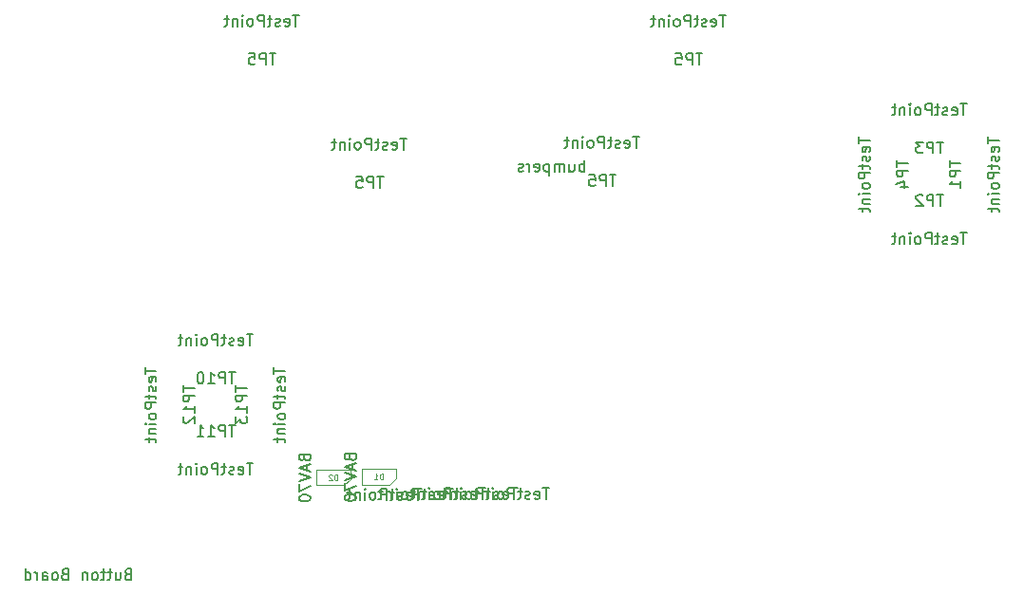
<source format=gbr>
G04 #@! TF.GenerationSoftware,KiCad,Pcbnew,(6.0.7)*
G04 #@! TF.CreationDate,2022-12-20T19:45:57-08:00*
G04 #@! TF.ProjectId,procon_gcc_button_board,70726f63-6f6e-45f6-9763-635f62757474,rev?*
G04 #@! TF.SameCoordinates,Original*
G04 #@! TF.FileFunction,AssemblyDrawing,Bot*
%FSLAX46Y46*%
G04 Gerber Fmt 4.6, Leading zero omitted, Abs format (unit mm)*
G04 Created by KiCad (PCBNEW (6.0.7)) date 2022-12-20 19:45:57*
%MOMM*%
%LPD*%
G01*
G04 APERTURE LIST*
%ADD10C,0.150000*%
%ADD11C,0.075000*%
%ADD12C,0.100000*%
G04 APERTURE END LIST*
D10*
X159711700Y-41332566D02*
X159711700Y-41903995D01*
X160711700Y-41618280D02*
X159711700Y-41618280D01*
X160664081Y-42618280D02*
X160711700Y-42523042D01*
X160711700Y-42332566D01*
X160664081Y-42237328D01*
X160568843Y-42189709D01*
X160187891Y-42189709D01*
X160092653Y-42237328D01*
X160045034Y-42332566D01*
X160045034Y-42523042D01*
X160092653Y-42618280D01*
X160187891Y-42665900D01*
X160283129Y-42665900D01*
X160378367Y-42189709D01*
X160664081Y-43046852D02*
X160711700Y-43142090D01*
X160711700Y-43332566D01*
X160664081Y-43427804D01*
X160568843Y-43475423D01*
X160521224Y-43475423D01*
X160425986Y-43427804D01*
X160378367Y-43332566D01*
X160378367Y-43189709D01*
X160330748Y-43094471D01*
X160235510Y-43046852D01*
X160187891Y-43046852D01*
X160092653Y-43094471D01*
X160045034Y-43189709D01*
X160045034Y-43332566D01*
X160092653Y-43427804D01*
X160045034Y-43761138D02*
X160045034Y-44142090D01*
X159711700Y-43903995D02*
X160568843Y-43903995D01*
X160664081Y-43951614D01*
X160711700Y-44046852D01*
X160711700Y-44142090D01*
X160711700Y-44475423D02*
X159711700Y-44475423D01*
X159711700Y-44856376D01*
X159759320Y-44951614D01*
X159806939Y-44999233D01*
X159902177Y-45046852D01*
X160045034Y-45046852D01*
X160140272Y-44999233D01*
X160187891Y-44951614D01*
X160235510Y-44856376D01*
X160235510Y-44475423D01*
X160711700Y-45618280D02*
X160664081Y-45523042D01*
X160616462Y-45475423D01*
X160521224Y-45427804D01*
X160235510Y-45427804D01*
X160140272Y-45475423D01*
X160092653Y-45523042D01*
X160045034Y-45618280D01*
X160045034Y-45761138D01*
X160092653Y-45856376D01*
X160140272Y-45903995D01*
X160235510Y-45951614D01*
X160521224Y-45951614D01*
X160616462Y-45903995D01*
X160664081Y-45856376D01*
X160711700Y-45761138D01*
X160711700Y-45618280D01*
X160711700Y-46380185D02*
X160045034Y-46380185D01*
X159711700Y-46380185D02*
X159759320Y-46332566D01*
X159806939Y-46380185D01*
X159759320Y-46427804D01*
X159711700Y-46380185D01*
X159806939Y-46380185D01*
X160045034Y-46856376D02*
X160711700Y-46856376D01*
X160140272Y-46856376D02*
X160092653Y-46903995D01*
X160045034Y-46999233D01*
X160045034Y-47142090D01*
X160092653Y-47237328D01*
X160187891Y-47284947D01*
X160711700Y-47284947D01*
X160045034Y-47618280D02*
X160045034Y-47999233D01*
X159711700Y-47761138D02*
X160568843Y-47761138D01*
X160664081Y-47808757D01*
X160711700Y-47903995D01*
X160711700Y-47999233D01*
X163111700Y-43403995D02*
X163111700Y-43975423D01*
X164111700Y-43689709D02*
X163111700Y-43689709D01*
X164111700Y-44308757D02*
X163111700Y-44308757D01*
X163111700Y-44689709D01*
X163159320Y-44784947D01*
X163206939Y-44832566D01*
X163302177Y-44880185D01*
X163445034Y-44880185D01*
X163540272Y-44832566D01*
X163587891Y-44784947D01*
X163635510Y-44689709D01*
X163635510Y-44308757D01*
X163445034Y-45737328D02*
X164111700Y-45737328D01*
X163064081Y-45499233D02*
X163778367Y-45261138D01*
X163778367Y-45880185D01*
X126486333Y-72612380D02*
X125914904Y-72612380D01*
X126200619Y-73612380D02*
X126200619Y-72612380D01*
X125200619Y-73564761D02*
X125295857Y-73612380D01*
X125486333Y-73612380D01*
X125581571Y-73564761D01*
X125629190Y-73469523D01*
X125629190Y-73088571D01*
X125581571Y-72993333D01*
X125486333Y-72945714D01*
X125295857Y-72945714D01*
X125200619Y-72993333D01*
X125153000Y-73088571D01*
X125153000Y-73183809D01*
X125629190Y-73279047D01*
X124772047Y-73564761D02*
X124676809Y-73612380D01*
X124486333Y-73612380D01*
X124391095Y-73564761D01*
X124343476Y-73469523D01*
X124343476Y-73421904D01*
X124391095Y-73326666D01*
X124486333Y-73279047D01*
X124629190Y-73279047D01*
X124724428Y-73231428D01*
X124772047Y-73136190D01*
X124772047Y-73088571D01*
X124724428Y-72993333D01*
X124629190Y-72945714D01*
X124486333Y-72945714D01*
X124391095Y-72993333D01*
X124057761Y-72945714D02*
X123676809Y-72945714D01*
X123914904Y-72612380D02*
X123914904Y-73469523D01*
X123867285Y-73564761D01*
X123772047Y-73612380D01*
X123676809Y-73612380D01*
X123343476Y-73612380D02*
X123343476Y-72612380D01*
X122962523Y-72612380D01*
X122867285Y-72660000D01*
X122819666Y-72707619D01*
X122772047Y-72802857D01*
X122772047Y-72945714D01*
X122819666Y-73040952D01*
X122867285Y-73088571D01*
X122962523Y-73136190D01*
X123343476Y-73136190D01*
X122200619Y-73612380D02*
X122295857Y-73564761D01*
X122343476Y-73517142D01*
X122391095Y-73421904D01*
X122391095Y-73136190D01*
X122343476Y-73040952D01*
X122295857Y-72993333D01*
X122200619Y-72945714D01*
X122057761Y-72945714D01*
X121962523Y-72993333D01*
X121914904Y-73040952D01*
X121867285Y-73136190D01*
X121867285Y-73421904D01*
X121914904Y-73517142D01*
X121962523Y-73564761D01*
X122057761Y-73612380D01*
X122200619Y-73612380D01*
X121438714Y-73612380D02*
X121438714Y-72945714D01*
X121438714Y-72612380D02*
X121486333Y-72660000D01*
X121438714Y-72707619D01*
X121391095Y-72660000D01*
X121438714Y-72612380D01*
X121438714Y-72707619D01*
X120962523Y-72945714D02*
X120962523Y-73612380D01*
X120962523Y-73040952D02*
X120914904Y-72993333D01*
X120819666Y-72945714D01*
X120676809Y-72945714D01*
X120581571Y-72993333D01*
X120533952Y-73088571D01*
X120533952Y-73612380D01*
X120200619Y-72945714D02*
X119819666Y-72945714D01*
X120057761Y-72612380D02*
X120057761Y-73469523D01*
X120010142Y-73564761D01*
X119914904Y-73612380D01*
X119819666Y-73612380D01*
X120761333Y-72687380D02*
X120189904Y-72687380D01*
X120475619Y-73687380D02*
X120475619Y-72687380D01*
X119475619Y-73639761D02*
X119570857Y-73687380D01*
X119761333Y-73687380D01*
X119856571Y-73639761D01*
X119904190Y-73544523D01*
X119904190Y-73163571D01*
X119856571Y-73068333D01*
X119761333Y-73020714D01*
X119570857Y-73020714D01*
X119475619Y-73068333D01*
X119428000Y-73163571D01*
X119428000Y-73258809D01*
X119904190Y-73354047D01*
X119047047Y-73639761D02*
X118951809Y-73687380D01*
X118761333Y-73687380D01*
X118666095Y-73639761D01*
X118618476Y-73544523D01*
X118618476Y-73496904D01*
X118666095Y-73401666D01*
X118761333Y-73354047D01*
X118904190Y-73354047D01*
X118999428Y-73306428D01*
X119047047Y-73211190D01*
X119047047Y-73163571D01*
X118999428Y-73068333D01*
X118904190Y-73020714D01*
X118761333Y-73020714D01*
X118666095Y-73068333D01*
X118332761Y-73020714D02*
X117951809Y-73020714D01*
X118189904Y-72687380D02*
X118189904Y-73544523D01*
X118142285Y-73639761D01*
X118047047Y-73687380D01*
X117951809Y-73687380D01*
X117618476Y-73687380D02*
X117618476Y-72687380D01*
X117237523Y-72687380D01*
X117142285Y-72735000D01*
X117094666Y-72782619D01*
X117047047Y-72877857D01*
X117047047Y-73020714D01*
X117094666Y-73115952D01*
X117142285Y-73163571D01*
X117237523Y-73211190D01*
X117618476Y-73211190D01*
X116475619Y-73687380D02*
X116570857Y-73639761D01*
X116618476Y-73592142D01*
X116666095Y-73496904D01*
X116666095Y-73211190D01*
X116618476Y-73115952D01*
X116570857Y-73068333D01*
X116475619Y-73020714D01*
X116332761Y-73020714D01*
X116237523Y-73068333D01*
X116189904Y-73115952D01*
X116142285Y-73211190D01*
X116142285Y-73496904D01*
X116189904Y-73592142D01*
X116237523Y-73639761D01*
X116332761Y-73687380D01*
X116475619Y-73687380D01*
X115713714Y-73687380D02*
X115713714Y-73020714D01*
X115713714Y-72687380D02*
X115761333Y-72735000D01*
X115713714Y-72782619D01*
X115666095Y-72735000D01*
X115713714Y-72687380D01*
X115713714Y-72782619D01*
X115237523Y-73020714D02*
X115237523Y-73687380D01*
X115237523Y-73115952D02*
X115189904Y-73068333D01*
X115094666Y-73020714D01*
X114951809Y-73020714D01*
X114856571Y-73068333D01*
X114808952Y-73163571D01*
X114808952Y-73687380D01*
X114475619Y-73020714D02*
X114094666Y-73020714D01*
X114332761Y-72687380D02*
X114332761Y-73544523D01*
X114285142Y-73639761D01*
X114189904Y-73687380D01*
X114094666Y-73687380D01*
X123586333Y-72662380D02*
X123014904Y-72662380D01*
X123300619Y-73662380D02*
X123300619Y-72662380D01*
X122300619Y-73614761D02*
X122395857Y-73662380D01*
X122586333Y-73662380D01*
X122681571Y-73614761D01*
X122729190Y-73519523D01*
X122729190Y-73138571D01*
X122681571Y-73043333D01*
X122586333Y-72995714D01*
X122395857Y-72995714D01*
X122300619Y-73043333D01*
X122253000Y-73138571D01*
X122253000Y-73233809D01*
X122729190Y-73329047D01*
X121872047Y-73614761D02*
X121776809Y-73662380D01*
X121586333Y-73662380D01*
X121491095Y-73614761D01*
X121443476Y-73519523D01*
X121443476Y-73471904D01*
X121491095Y-73376666D01*
X121586333Y-73329047D01*
X121729190Y-73329047D01*
X121824428Y-73281428D01*
X121872047Y-73186190D01*
X121872047Y-73138571D01*
X121824428Y-73043333D01*
X121729190Y-72995714D01*
X121586333Y-72995714D01*
X121491095Y-73043333D01*
X121157761Y-72995714D02*
X120776809Y-72995714D01*
X121014904Y-72662380D02*
X121014904Y-73519523D01*
X120967285Y-73614761D01*
X120872047Y-73662380D01*
X120776809Y-73662380D01*
X120443476Y-73662380D02*
X120443476Y-72662380D01*
X120062523Y-72662380D01*
X119967285Y-72710000D01*
X119919666Y-72757619D01*
X119872047Y-72852857D01*
X119872047Y-72995714D01*
X119919666Y-73090952D01*
X119967285Y-73138571D01*
X120062523Y-73186190D01*
X120443476Y-73186190D01*
X119300619Y-73662380D02*
X119395857Y-73614761D01*
X119443476Y-73567142D01*
X119491095Y-73471904D01*
X119491095Y-73186190D01*
X119443476Y-73090952D01*
X119395857Y-73043333D01*
X119300619Y-72995714D01*
X119157761Y-72995714D01*
X119062523Y-73043333D01*
X119014904Y-73090952D01*
X118967285Y-73186190D01*
X118967285Y-73471904D01*
X119014904Y-73567142D01*
X119062523Y-73614761D01*
X119157761Y-73662380D01*
X119300619Y-73662380D01*
X118538714Y-73662380D02*
X118538714Y-72995714D01*
X118538714Y-72662380D02*
X118586333Y-72710000D01*
X118538714Y-72757619D01*
X118491095Y-72710000D01*
X118538714Y-72662380D01*
X118538714Y-72757619D01*
X118062523Y-72995714D02*
X118062523Y-73662380D01*
X118062523Y-73090952D02*
X118014904Y-73043333D01*
X117919666Y-72995714D01*
X117776809Y-72995714D01*
X117681571Y-73043333D01*
X117633952Y-73138571D01*
X117633952Y-73662380D01*
X117300619Y-72995714D02*
X116919666Y-72995714D01*
X117157761Y-72662380D02*
X117157761Y-73519523D01*
X117110142Y-73614761D01*
X117014904Y-73662380D01*
X116919666Y-73662380D01*
X129311333Y-72637380D02*
X128739904Y-72637380D01*
X129025619Y-73637380D02*
X129025619Y-72637380D01*
X128025619Y-73589761D02*
X128120857Y-73637380D01*
X128311333Y-73637380D01*
X128406571Y-73589761D01*
X128454190Y-73494523D01*
X128454190Y-73113571D01*
X128406571Y-73018333D01*
X128311333Y-72970714D01*
X128120857Y-72970714D01*
X128025619Y-73018333D01*
X127978000Y-73113571D01*
X127978000Y-73208809D01*
X128454190Y-73304047D01*
X127597047Y-73589761D02*
X127501809Y-73637380D01*
X127311333Y-73637380D01*
X127216095Y-73589761D01*
X127168476Y-73494523D01*
X127168476Y-73446904D01*
X127216095Y-73351666D01*
X127311333Y-73304047D01*
X127454190Y-73304047D01*
X127549428Y-73256428D01*
X127597047Y-73161190D01*
X127597047Y-73113571D01*
X127549428Y-73018333D01*
X127454190Y-72970714D01*
X127311333Y-72970714D01*
X127216095Y-73018333D01*
X126882761Y-72970714D02*
X126501809Y-72970714D01*
X126739904Y-72637380D02*
X126739904Y-73494523D01*
X126692285Y-73589761D01*
X126597047Y-73637380D01*
X126501809Y-73637380D01*
X126168476Y-73637380D02*
X126168476Y-72637380D01*
X125787523Y-72637380D01*
X125692285Y-72685000D01*
X125644666Y-72732619D01*
X125597047Y-72827857D01*
X125597047Y-72970714D01*
X125644666Y-73065952D01*
X125692285Y-73113571D01*
X125787523Y-73161190D01*
X126168476Y-73161190D01*
X125025619Y-73637380D02*
X125120857Y-73589761D01*
X125168476Y-73542142D01*
X125216095Y-73446904D01*
X125216095Y-73161190D01*
X125168476Y-73065952D01*
X125120857Y-73018333D01*
X125025619Y-72970714D01*
X124882761Y-72970714D01*
X124787523Y-73018333D01*
X124739904Y-73065952D01*
X124692285Y-73161190D01*
X124692285Y-73446904D01*
X124739904Y-73542142D01*
X124787523Y-73589761D01*
X124882761Y-73637380D01*
X125025619Y-73637380D01*
X124263714Y-73637380D02*
X124263714Y-72970714D01*
X124263714Y-72637380D02*
X124311333Y-72685000D01*
X124263714Y-72732619D01*
X124216095Y-72685000D01*
X124263714Y-72637380D01*
X124263714Y-72732619D01*
X123787523Y-72970714D02*
X123787523Y-73637380D01*
X123787523Y-73065952D02*
X123739904Y-73018333D01*
X123644666Y-72970714D01*
X123501809Y-72970714D01*
X123406571Y-73018333D01*
X123358952Y-73113571D01*
X123358952Y-73637380D01*
X123025619Y-72970714D02*
X122644666Y-72970714D01*
X122882761Y-72637380D02*
X122882761Y-73494523D01*
X122835142Y-73589761D01*
X122739904Y-73637380D01*
X122644666Y-73637380D01*
X132136333Y-72612380D02*
X131564904Y-72612380D01*
X131850619Y-73612380D02*
X131850619Y-72612380D01*
X130850619Y-73564761D02*
X130945857Y-73612380D01*
X131136333Y-73612380D01*
X131231571Y-73564761D01*
X131279190Y-73469523D01*
X131279190Y-73088571D01*
X131231571Y-72993333D01*
X131136333Y-72945714D01*
X130945857Y-72945714D01*
X130850619Y-72993333D01*
X130803000Y-73088571D01*
X130803000Y-73183809D01*
X131279190Y-73279047D01*
X130422047Y-73564761D02*
X130326809Y-73612380D01*
X130136333Y-73612380D01*
X130041095Y-73564761D01*
X129993476Y-73469523D01*
X129993476Y-73421904D01*
X130041095Y-73326666D01*
X130136333Y-73279047D01*
X130279190Y-73279047D01*
X130374428Y-73231428D01*
X130422047Y-73136190D01*
X130422047Y-73088571D01*
X130374428Y-72993333D01*
X130279190Y-72945714D01*
X130136333Y-72945714D01*
X130041095Y-72993333D01*
X129707761Y-72945714D02*
X129326809Y-72945714D01*
X129564904Y-72612380D02*
X129564904Y-73469523D01*
X129517285Y-73564761D01*
X129422047Y-73612380D01*
X129326809Y-73612380D01*
X128993476Y-73612380D02*
X128993476Y-72612380D01*
X128612523Y-72612380D01*
X128517285Y-72660000D01*
X128469666Y-72707619D01*
X128422047Y-72802857D01*
X128422047Y-72945714D01*
X128469666Y-73040952D01*
X128517285Y-73088571D01*
X128612523Y-73136190D01*
X128993476Y-73136190D01*
X127850619Y-73612380D02*
X127945857Y-73564761D01*
X127993476Y-73517142D01*
X128041095Y-73421904D01*
X128041095Y-73136190D01*
X127993476Y-73040952D01*
X127945857Y-72993333D01*
X127850619Y-72945714D01*
X127707761Y-72945714D01*
X127612523Y-72993333D01*
X127564904Y-73040952D01*
X127517285Y-73136190D01*
X127517285Y-73421904D01*
X127564904Y-73517142D01*
X127612523Y-73564761D01*
X127707761Y-73612380D01*
X127850619Y-73612380D01*
X127088714Y-73612380D02*
X127088714Y-72945714D01*
X127088714Y-72612380D02*
X127136333Y-72660000D01*
X127088714Y-72707619D01*
X127041095Y-72660000D01*
X127088714Y-72612380D01*
X127088714Y-72707619D01*
X126612523Y-72945714D02*
X126612523Y-73612380D01*
X126612523Y-73040952D02*
X126564904Y-72993333D01*
X126469666Y-72945714D01*
X126326809Y-72945714D01*
X126231571Y-72993333D01*
X126183952Y-73088571D01*
X126183952Y-73612380D01*
X125850619Y-72945714D02*
X125469666Y-72945714D01*
X125707761Y-72612380D02*
X125707761Y-73469523D01*
X125660142Y-73564761D01*
X125564904Y-73612380D01*
X125469666Y-73612380D01*
X169342653Y-38368280D02*
X168771224Y-38368280D01*
X169056939Y-39368280D02*
X169056939Y-38368280D01*
X168056939Y-39320661D02*
X168152177Y-39368280D01*
X168342653Y-39368280D01*
X168437891Y-39320661D01*
X168485510Y-39225423D01*
X168485510Y-38844471D01*
X168437891Y-38749233D01*
X168342653Y-38701614D01*
X168152177Y-38701614D01*
X168056939Y-38749233D01*
X168009320Y-38844471D01*
X168009320Y-38939709D01*
X168485510Y-39034947D01*
X167628367Y-39320661D02*
X167533129Y-39368280D01*
X167342653Y-39368280D01*
X167247415Y-39320661D01*
X167199796Y-39225423D01*
X167199796Y-39177804D01*
X167247415Y-39082566D01*
X167342653Y-39034947D01*
X167485510Y-39034947D01*
X167580748Y-38987328D01*
X167628367Y-38892090D01*
X167628367Y-38844471D01*
X167580748Y-38749233D01*
X167485510Y-38701614D01*
X167342653Y-38701614D01*
X167247415Y-38749233D01*
X166914081Y-38701614D02*
X166533129Y-38701614D01*
X166771224Y-38368280D02*
X166771224Y-39225423D01*
X166723605Y-39320661D01*
X166628367Y-39368280D01*
X166533129Y-39368280D01*
X166199796Y-39368280D02*
X166199796Y-38368280D01*
X165818843Y-38368280D01*
X165723605Y-38415900D01*
X165675986Y-38463519D01*
X165628367Y-38558757D01*
X165628367Y-38701614D01*
X165675986Y-38796852D01*
X165723605Y-38844471D01*
X165818843Y-38892090D01*
X166199796Y-38892090D01*
X165056939Y-39368280D02*
X165152177Y-39320661D01*
X165199796Y-39273042D01*
X165247415Y-39177804D01*
X165247415Y-38892090D01*
X165199796Y-38796852D01*
X165152177Y-38749233D01*
X165056939Y-38701614D01*
X164914081Y-38701614D01*
X164818843Y-38749233D01*
X164771224Y-38796852D01*
X164723605Y-38892090D01*
X164723605Y-39177804D01*
X164771224Y-39273042D01*
X164818843Y-39320661D01*
X164914081Y-39368280D01*
X165056939Y-39368280D01*
X164295034Y-39368280D02*
X164295034Y-38701614D01*
X164295034Y-38368280D02*
X164342653Y-38415900D01*
X164295034Y-38463519D01*
X164247415Y-38415900D01*
X164295034Y-38368280D01*
X164295034Y-38463519D01*
X163818843Y-38701614D02*
X163818843Y-39368280D01*
X163818843Y-38796852D02*
X163771224Y-38749233D01*
X163675986Y-38701614D01*
X163533129Y-38701614D01*
X163437891Y-38749233D01*
X163390272Y-38844471D01*
X163390272Y-39368280D01*
X163056939Y-38701614D02*
X162675986Y-38701614D01*
X162914081Y-38368280D02*
X162914081Y-39225423D01*
X162866462Y-39320661D01*
X162771224Y-39368280D01*
X162675986Y-39368280D01*
X167271224Y-41768280D02*
X166699796Y-41768280D01*
X166985510Y-42768280D02*
X166985510Y-41768280D01*
X166366462Y-42768280D02*
X166366462Y-41768280D01*
X165985510Y-41768280D01*
X165890272Y-41815900D01*
X165842653Y-41863519D01*
X165795034Y-41958757D01*
X165795034Y-42101614D01*
X165842653Y-42196852D01*
X165890272Y-42244471D01*
X165985510Y-42292090D01*
X166366462Y-42292090D01*
X165461700Y-41768280D02*
X164842653Y-41768280D01*
X165175986Y-42149233D01*
X165033129Y-42149233D01*
X164937891Y-42196852D01*
X164890272Y-42244471D01*
X164842653Y-42339709D01*
X164842653Y-42577804D01*
X164890272Y-42673042D01*
X164937891Y-42720661D01*
X165033129Y-42768280D01*
X165318843Y-42768280D01*
X165414081Y-42720661D01*
X165461700Y-42673042D01*
X171211700Y-41332566D02*
X171211700Y-41903995D01*
X172211700Y-41618280D02*
X171211700Y-41618280D01*
X172164081Y-42618280D02*
X172211700Y-42523042D01*
X172211700Y-42332566D01*
X172164081Y-42237328D01*
X172068843Y-42189709D01*
X171687891Y-42189709D01*
X171592653Y-42237328D01*
X171545034Y-42332566D01*
X171545034Y-42523042D01*
X171592653Y-42618280D01*
X171687891Y-42665900D01*
X171783129Y-42665900D01*
X171878367Y-42189709D01*
X172164081Y-43046852D02*
X172211700Y-43142090D01*
X172211700Y-43332566D01*
X172164081Y-43427804D01*
X172068843Y-43475423D01*
X172021224Y-43475423D01*
X171925986Y-43427804D01*
X171878367Y-43332566D01*
X171878367Y-43189709D01*
X171830748Y-43094471D01*
X171735510Y-43046852D01*
X171687891Y-43046852D01*
X171592653Y-43094471D01*
X171545034Y-43189709D01*
X171545034Y-43332566D01*
X171592653Y-43427804D01*
X171545034Y-43761138D02*
X171545034Y-44142090D01*
X171211700Y-43903995D02*
X172068843Y-43903995D01*
X172164081Y-43951614D01*
X172211700Y-44046852D01*
X172211700Y-44142090D01*
X172211700Y-44475423D02*
X171211700Y-44475423D01*
X171211700Y-44856376D01*
X171259320Y-44951614D01*
X171306939Y-44999233D01*
X171402177Y-45046852D01*
X171545034Y-45046852D01*
X171640272Y-44999233D01*
X171687891Y-44951614D01*
X171735510Y-44856376D01*
X171735510Y-44475423D01*
X172211700Y-45618280D02*
X172164081Y-45523042D01*
X172116462Y-45475423D01*
X172021224Y-45427804D01*
X171735510Y-45427804D01*
X171640272Y-45475423D01*
X171592653Y-45523042D01*
X171545034Y-45618280D01*
X171545034Y-45761138D01*
X171592653Y-45856376D01*
X171640272Y-45903995D01*
X171735510Y-45951614D01*
X172021224Y-45951614D01*
X172116462Y-45903995D01*
X172164081Y-45856376D01*
X172211700Y-45761138D01*
X172211700Y-45618280D01*
X172211700Y-46380185D02*
X171545034Y-46380185D01*
X171211700Y-46380185D02*
X171259320Y-46332566D01*
X171306939Y-46380185D01*
X171259320Y-46427804D01*
X171211700Y-46380185D01*
X171306939Y-46380185D01*
X171545034Y-46856376D02*
X172211700Y-46856376D01*
X171640272Y-46856376D02*
X171592653Y-46903995D01*
X171545034Y-46999233D01*
X171545034Y-47142090D01*
X171592653Y-47237328D01*
X171687891Y-47284947D01*
X172211700Y-47284947D01*
X171545034Y-47618280D02*
X171545034Y-47999233D01*
X171211700Y-47761138D02*
X172068843Y-47761138D01*
X172164081Y-47808757D01*
X172211700Y-47903995D01*
X172211700Y-47999233D01*
X167811700Y-43403995D02*
X167811700Y-43975423D01*
X168811700Y-43689709D02*
X167811700Y-43689709D01*
X168811700Y-44308757D02*
X167811700Y-44308757D01*
X167811700Y-44689709D01*
X167859320Y-44784947D01*
X167906939Y-44832566D01*
X168002177Y-44880185D01*
X168145034Y-44880185D01*
X168240272Y-44832566D01*
X168287891Y-44784947D01*
X168335510Y-44689709D01*
X168335510Y-44308757D01*
X168811700Y-45832566D02*
X168811700Y-45261138D01*
X168811700Y-45546852D02*
X167811700Y-45546852D01*
X167954558Y-45451614D01*
X168049796Y-45356376D01*
X168097415Y-45261138D01*
X96107560Y-61878626D02*
X96107560Y-62450055D01*
X97107560Y-62164340D02*
X96107560Y-62164340D01*
X97059941Y-63164340D02*
X97107560Y-63069102D01*
X97107560Y-62878626D01*
X97059941Y-62783388D01*
X96964703Y-62735769D01*
X96583751Y-62735769D01*
X96488513Y-62783388D01*
X96440894Y-62878626D01*
X96440894Y-63069102D01*
X96488513Y-63164340D01*
X96583751Y-63211960D01*
X96678989Y-63211960D01*
X96774227Y-62735769D01*
X97059941Y-63592912D02*
X97107560Y-63688150D01*
X97107560Y-63878626D01*
X97059941Y-63973864D01*
X96964703Y-64021483D01*
X96917084Y-64021483D01*
X96821846Y-63973864D01*
X96774227Y-63878626D01*
X96774227Y-63735769D01*
X96726608Y-63640531D01*
X96631370Y-63592912D01*
X96583751Y-63592912D01*
X96488513Y-63640531D01*
X96440894Y-63735769D01*
X96440894Y-63878626D01*
X96488513Y-63973864D01*
X96440894Y-64307198D02*
X96440894Y-64688150D01*
X96107560Y-64450055D02*
X96964703Y-64450055D01*
X97059941Y-64497674D01*
X97107560Y-64592912D01*
X97107560Y-64688150D01*
X97107560Y-65021483D02*
X96107560Y-65021483D01*
X96107560Y-65402436D01*
X96155180Y-65497674D01*
X96202799Y-65545293D01*
X96298037Y-65592912D01*
X96440894Y-65592912D01*
X96536132Y-65545293D01*
X96583751Y-65497674D01*
X96631370Y-65402436D01*
X96631370Y-65021483D01*
X97107560Y-66164340D02*
X97059941Y-66069102D01*
X97012322Y-66021483D01*
X96917084Y-65973864D01*
X96631370Y-65973864D01*
X96536132Y-66021483D01*
X96488513Y-66069102D01*
X96440894Y-66164340D01*
X96440894Y-66307198D01*
X96488513Y-66402436D01*
X96536132Y-66450055D01*
X96631370Y-66497674D01*
X96917084Y-66497674D01*
X97012322Y-66450055D01*
X97059941Y-66402436D01*
X97107560Y-66307198D01*
X97107560Y-66164340D01*
X97107560Y-66926245D02*
X96440894Y-66926245D01*
X96107560Y-66926245D02*
X96155180Y-66878626D01*
X96202799Y-66926245D01*
X96155180Y-66973864D01*
X96107560Y-66926245D01*
X96202799Y-66926245D01*
X96440894Y-67402436D02*
X97107560Y-67402436D01*
X96536132Y-67402436D02*
X96488513Y-67450055D01*
X96440894Y-67545293D01*
X96440894Y-67688150D01*
X96488513Y-67783388D01*
X96583751Y-67831007D01*
X97107560Y-67831007D01*
X96440894Y-68164340D02*
X96440894Y-68545293D01*
X96107560Y-68307198D02*
X96964703Y-68307198D01*
X97059941Y-68354817D01*
X97107560Y-68450055D01*
X97107560Y-68545293D01*
X99507560Y-63473864D02*
X99507560Y-64045293D01*
X100507560Y-63759579D02*
X99507560Y-63759579D01*
X100507560Y-64378626D02*
X99507560Y-64378626D01*
X99507560Y-64759579D01*
X99555180Y-64854817D01*
X99602799Y-64902436D01*
X99698037Y-64950055D01*
X99840894Y-64950055D01*
X99936132Y-64902436D01*
X99983751Y-64854817D01*
X100031370Y-64759579D01*
X100031370Y-64378626D01*
X100507560Y-65902436D02*
X100507560Y-65331007D01*
X100507560Y-65616721D02*
X99507560Y-65616721D01*
X99650418Y-65521483D01*
X99745656Y-65426245D01*
X99793275Y-65331007D01*
X99602799Y-66283388D02*
X99555180Y-66331007D01*
X99507560Y-66426245D01*
X99507560Y-66664340D01*
X99555180Y-66759579D01*
X99602799Y-66807198D01*
X99698037Y-66854817D01*
X99793275Y-66854817D01*
X99936132Y-66807198D01*
X100507560Y-66235769D01*
X100507560Y-66854817D01*
X107607560Y-61878626D02*
X107607560Y-62450055D01*
X108607560Y-62164340D02*
X107607560Y-62164340D01*
X108559941Y-63164340D02*
X108607560Y-63069102D01*
X108607560Y-62878626D01*
X108559941Y-62783388D01*
X108464703Y-62735769D01*
X108083751Y-62735769D01*
X107988513Y-62783388D01*
X107940894Y-62878626D01*
X107940894Y-63069102D01*
X107988513Y-63164340D01*
X108083751Y-63211960D01*
X108178989Y-63211960D01*
X108274227Y-62735769D01*
X108559941Y-63592912D02*
X108607560Y-63688150D01*
X108607560Y-63878626D01*
X108559941Y-63973864D01*
X108464703Y-64021483D01*
X108417084Y-64021483D01*
X108321846Y-63973864D01*
X108274227Y-63878626D01*
X108274227Y-63735769D01*
X108226608Y-63640531D01*
X108131370Y-63592912D01*
X108083751Y-63592912D01*
X107988513Y-63640531D01*
X107940894Y-63735769D01*
X107940894Y-63878626D01*
X107988513Y-63973864D01*
X107940894Y-64307198D02*
X107940894Y-64688150D01*
X107607560Y-64450055D02*
X108464703Y-64450055D01*
X108559941Y-64497674D01*
X108607560Y-64592912D01*
X108607560Y-64688150D01*
X108607560Y-65021483D02*
X107607560Y-65021483D01*
X107607560Y-65402436D01*
X107655180Y-65497674D01*
X107702799Y-65545293D01*
X107798037Y-65592912D01*
X107940894Y-65592912D01*
X108036132Y-65545293D01*
X108083751Y-65497674D01*
X108131370Y-65402436D01*
X108131370Y-65021483D01*
X108607560Y-66164340D02*
X108559941Y-66069102D01*
X108512322Y-66021483D01*
X108417084Y-65973864D01*
X108131370Y-65973864D01*
X108036132Y-66021483D01*
X107988513Y-66069102D01*
X107940894Y-66164340D01*
X107940894Y-66307198D01*
X107988513Y-66402436D01*
X108036132Y-66450055D01*
X108131370Y-66497674D01*
X108417084Y-66497674D01*
X108512322Y-66450055D01*
X108559941Y-66402436D01*
X108607560Y-66307198D01*
X108607560Y-66164340D01*
X108607560Y-66926245D02*
X107940894Y-66926245D01*
X107607560Y-66926245D02*
X107655180Y-66878626D01*
X107702799Y-66926245D01*
X107655180Y-66973864D01*
X107607560Y-66926245D01*
X107702799Y-66926245D01*
X107940894Y-67402436D02*
X108607560Y-67402436D01*
X108036132Y-67402436D02*
X107988513Y-67450055D01*
X107940894Y-67545293D01*
X107940894Y-67688150D01*
X107988513Y-67783388D01*
X108083751Y-67831007D01*
X108607560Y-67831007D01*
X107940894Y-68164340D02*
X107940894Y-68545293D01*
X107607560Y-68307198D02*
X108464703Y-68307198D01*
X108559941Y-68354817D01*
X108607560Y-68450055D01*
X108607560Y-68545293D01*
X104207560Y-63473864D02*
X104207560Y-64045293D01*
X105207560Y-63759579D02*
X104207560Y-63759579D01*
X105207560Y-64378626D02*
X104207560Y-64378626D01*
X104207560Y-64759579D01*
X104255180Y-64854817D01*
X104302799Y-64902436D01*
X104398037Y-64950055D01*
X104540894Y-64950055D01*
X104636132Y-64902436D01*
X104683751Y-64854817D01*
X104731370Y-64759579D01*
X104731370Y-64378626D01*
X105207560Y-65902436D02*
X105207560Y-65331007D01*
X105207560Y-65616721D02*
X104207560Y-65616721D01*
X104350418Y-65521483D01*
X104445656Y-65426245D01*
X104493275Y-65331007D01*
X104207560Y-66235769D02*
X104207560Y-66854817D01*
X104588513Y-66521483D01*
X104588513Y-66664340D01*
X104636132Y-66759579D01*
X104683751Y-66807198D01*
X104778989Y-66854817D01*
X105017084Y-66854817D01*
X105112322Y-66807198D01*
X105159941Y-66759579D01*
X105207560Y-66664340D01*
X105207560Y-66378626D01*
X105159941Y-66283388D01*
X105112322Y-66235769D01*
X105738513Y-58914340D02*
X105167084Y-58914340D01*
X105452799Y-59914340D02*
X105452799Y-58914340D01*
X104452799Y-59866721D02*
X104548037Y-59914340D01*
X104738513Y-59914340D01*
X104833751Y-59866721D01*
X104881370Y-59771483D01*
X104881370Y-59390531D01*
X104833751Y-59295293D01*
X104738513Y-59247674D01*
X104548037Y-59247674D01*
X104452799Y-59295293D01*
X104405180Y-59390531D01*
X104405180Y-59485769D01*
X104881370Y-59581007D01*
X104024227Y-59866721D02*
X103928989Y-59914340D01*
X103738513Y-59914340D01*
X103643275Y-59866721D01*
X103595656Y-59771483D01*
X103595656Y-59723864D01*
X103643275Y-59628626D01*
X103738513Y-59581007D01*
X103881370Y-59581007D01*
X103976608Y-59533388D01*
X104024227Y-59438150D01*
X104024227Y-59390531D01*
X103976608Y-59295293D01*
X103881370Y-59247674D01*
X103738513Y-59247674D01*
X103643275Y-59295293D01*
X103309941Y-59247674D02*
X102928989Y-59247674D01*
X103167084Y-58914340D02*
X103167084Y-59771483D01*
X103119465Y-59866721D01*
X103024227Y-59914340D01*
X102928989Y-59914340D01*
X102595656Y-59914340D02*
X102595656Y-58914340D01*
X102214703Y-58914340D01*
X102119465Y-58961960D01*
X102071846Y-59009579D01*
X102024227Y-59104817D01*
X102024227Y-59247674D01*
X102071846Y-59342912D01*
X102119465Y-59390531D01*
X102214703Y-59438150D01*
X102595656Y-59438150D01*
X101452799Y-59914340D02*
X101548037Y-59866721D01*
X101595656Y-59819102D01*
X101643275Y-59723864D01*
X101643275Y-59438150D01*
X101595656Y-59342912D01*
X101548037Y-59295293D01*
X101452799Y-59247674D01*
X101309941Y-59247674D01*
X101214703Y-59295293D01*
X101167084Y-59342912D01*
X101119465Y-59438150D01*
X101119465Y-59723864D01*
X101167084Y-59819102D01*
X101214703Y-59866721D01*
X101309941Y-59914340D01*
X101452799Y-59914340D01*
X100690894Y-59914340D02*
X100690894Y-59247674D01*
X100690894Y-58914340D02*
X100738513Y-58961960D01*
X100690894Y-59009579D01*
X100643275Y-58961960D01*
X100690894Y-58914340D01*
X100690894Y-59009579D01*
X100214703Y-59247674D02*
X100214703Y-59914340D01*
X100214703Y-59342912D02*
X100167084Y-59295293D01*
X100071846Y-59247674D01*
X99928989Y-59247674D01*
X99833751Y-59295293D01*
X99786132Y-59390531D01*
X99786132Y-59914340D01*
X99452799Y-59247674D02*
X99071846Y-59247674D01*
X99309941Y-58914340D02*
X99309941Y-59771483D01*
X99262322Y-59866721D01*
X99167084Y-59914340D01*
X99071846Y-59914340D01*
X104143275Y-62314340D02*
X103571846Y-62314340D01*
X103857560Y-63314340D02*
X103857560Y-62314340D01*
X103238513Y-63314340D02*
X103238513Y-62314340D01*
X102857560Y-62314340D01*
X102762322Y-62361960D01*
X102714703Y-62409579D01*
X102667084Y-62504817D01*
X102667084Y-62647674D01*
X102714703Y-62742912D01*
X102762322Y-62790531D01*
X102857560Y-62838150D01*
X103238513Y-62838150D01*
X101714703Y-63314340D02*
X102286132Y-63314340D01*
X102000418Y-63314340D02*
X102000418Y-62314340D01*
X102095656Y-62457198D01*
X102190894Y-62552436D01*
X102286132Y-62600055D01*
X101095656Y-62314340D02*
X101000418Y-62314340D01*
X100905180Y-62361960D01*
X100857560Y-62409579D01*
X100809941Y-62504817D01*
X100762322Y-62695293D01*
X100762322Y-62933388D01*
X100809941Y-63123864D01*
X100857560Y-63219102D01*
X100905180Y-63266721D01*
X101000418Y-63314340D01*
X101095656Y-63314340D01*
X101190894Y-63266721D01*
X101238513Y-63219102D01*
X101286132Y-63123864D01*
X101333751Y-62933388D01*
X101333751Y-62695293D01*
X101286132Y-62504817D01*
X101238513Y-62409579D01*
X101190894Y-62361960D01*
X101095656Y-62314340D01*
X169342653Y-49868280D02*
X168771224Y-49868280D01*
X169056939Y-50868280D02*
X169056939Y-49868280D01*
X168056939Y-50820661D02*
X168152177Y-50868280D01*
X168342653Y-50868280D01*
X168437891Y-50820661D01*
X168485510Y-50725423D01*
X168485510Y-50344471D01*
X168437891Y-50249233D01*
X168342653Y-50201614D01*
X168152177Y-50201614D01*
X168056939Y-50249233D01*
X168009320Y-50344471D01*
X168009320Y-50439709D01*
X168485510Y-50534947D01*
X167628367Y-50820661D02*
X167533129Y-50868280D01*
X167342653Y-50868280D01*
X167247415Y-50820661D01*
X167199796Y-50725423D01*
X167199796Y-50677804D01*
X167247415Y-50582566D01*
X167342653Y-50534947D01*
X167485510Y-50534947D01*
X167580748Y-50487328D01*
X167628367Y-50392090D01*
X167628367Y-50344471D01*
X167580748Y-50249233D01*
X167485510Y-50201614D01*
X167342653Y-50201614D01*
X167247415Y-50249233D01*
X166914081Y-50201614D02*
X166533129Y-50201614D01*
X166771224Y-49868280D02*
X166771224Y-50725423D01*
X166723605Y-50820661D01*
X166628367Y-50868280D01*
X166533129Y-50868280D01*
X166199796Y-50868280D02*
X166199796Y-49868280D01*
X165818843Y-49868280D01*
X165723605Y-49915900D01*
X165675986Y-49963519D01*
X165628367Y-50058757D01*
X165628367Y-50201614D01*
X165675986Y-50296852D01*
X165723605Y-50344471D01*
X165818843Y-50392090D01*
X166199796Y-50392090D01*
X165056939Y-50868280D02*
X165152177Y-50820661D01*
X165199796Y-50773042D01*
X165247415Y-50677804D01*
X165247415Y-50392090D01*
X165199796Y-50296852D01*
X165152177Y-50249233D01*
X165056939Y-50201614D01*
X164914081Y-50201614D01*
X164818843Y-50249233D01*
X164771224Y-50296852D01*
X164723605Y-50392090D01*
X164723605Y-50677804D01*
X164771224Y-50773042D01*
X164818843Y-50820661D01*
X164914081Y-50868280D01*
X165056939Y-50868280D01*
X164295034Y-50868280D02*
X164295034Y-50201614D01*
X164295034Y-49868280D02*
X164342653Y-49915900D01*
X164295034Y-49963519D01*
X164247415Y-49915900D01*
X164295034Y-49868280D01*
X164295034Y-49963519D01*
X163818843Y-50201614D02*
X163818843Y-50868280D01*
X163818843Y-50296852D02*
X163771224Y-50249233D01*
X163675986Y-50201614D01*
X163533129Y-50201614D01*
X163437891Y-50249233D01*
X163390272Y-50344471D01*
X163390272Y-50868280D01*
X163056939Y-50201614D02*
X162675986Y-50201614D01*
X162914081Y-49868280D02*
X162914081Y-50725423D01*
X162866462Y-50820661D01*
X162771224Y-50868280D01*
X162675986Y-50868280D01*
X167271224Y-46468280D02*
X166699796Y-46468280D01*
X166985510Y-47468280D02*
X166985510Y-46468280D01*
X166366462Y-47468280D02*
X166366462Y-46468280D01*
X165985510Y-46468280D01*
X165890272Y-46515900D01*
X165842653Y-46563519D01*
X165795034Y-46658757D01*
X165795034Y-46801614D01*
X165842653Y-46896852D01*
X165890272Y-46944471D01*
X165985510Y-46992090D01*
X166366462Y-46992090D01*
X165414081Y-46563519D02*
X165366462Y-46515900D01*
X165271224Y-46468280D01*
X165033129Y-46468280D01*
X164937891Y-46515900D01*
X164890272Y-46563519D01*
X164842653Y-46658757D01*
X164842653Y-46753995D01*
X164890272Y-46896852D01*
X165461700Y-47468280D01*
X164842653Y-47468280D01*
X135272571Y-44396380D02*
X135272571Y-43396380D01*
X135272571Y-43777333D02*
X135177333Y-43729714D01*
X134986857Y-43729714D01*
X134891619Y-43777333D01*
X134844000Y-43824952D01*
X134796380Y-43920190D01*
X134796380Y-44205904D01*
X134844000Y-44301142D01*
X134891619Y-44348761D01*
X134986857Y-44396380D01*
X135177333Y-44396380D01*
X135272571Y-44348761D01*
X133939238Y-43729714D02*
X133939238Y-44396380D01*
X134367809Y-43729714D02*
X134367809Y-44253523D01*
X134320190Y-44348761D01*
X134224952Y-44396380D01*
X134082095Y-44396380D01*
X133986857Y-44348761D01*
X133939238Y-44301142D01*
X133463047Y-44396380D02*
X133463047Y-43729714D01*
X133463047Y-43824952D02*
X133415428Y-43777333D01*
X133320190Y-43729714D01*
X133177333Y-43729714D01*
X133082095Y-43777333D01*
X133034476Y-43872571D01*
X133034476Y-44396380D01*
X133034476Y-43872571D02*
X132986857Y-43777333D01*
X132891619Y-43729714D01*
X132748761Y-43729714D01*
X132653523Y-43777333D01*
X132605904Y-43872571D01*
X132605904Y-44396380D01*
X132129714Y-43729714D02*
X132129714Y-44729714D01*
X132129714Y-43777333D02*
X132034476Y-43729714D01*
X131844000Y-43729714D01*
X131748761Y-43777333D01*
X131701142Y-43824952D01*
X131653523Y-43920190D01*
X131653523Y-44205904D01*
X131701142Y-44301142D01*
X131748761Y-44348761D01*
X131844000Y-44396380D01*
X132034476Y-44396380D01*
X132129714Y-44348761D01*
X130844000Y-44348761D02*
X130939238Y-44396380D01*
X131129714Y-44396380D01*
X131224952Y-44348761D01*
X131272571Y-44253523D01*
X131272571Y-43872571D01*
X131224952Y-43777333D01*
X131129714Y-43729714D01*
X130939238Y-43729714D01*
X130844000Y-43777333D01*
X130796380Y-43872571D01*
X130796380Y-43967809D01*
X131272571Y-44063047D01*
X130367809Y-44396380D02*
X130367809Y-43729714D01*
X130367809Y-43920190D02*
X130320190Y-43824952D01*
X130272571Y-43777333D01*
X130177333Y-43729714D01*
X130082095Y-43729714D01*
X129796380Y-44348761D02*
X129701142Y-44396380D01*
X129510666Y-44396380D01*
X129415428Y-44348761D01*
X129367809Y-44253523D01*
X129367809Y-44205904D01*
X129415428Y-44110666D01*
X129510666Y-44063047D01*
X129653523Y-44063047D01*
X129748761Y-44015428D01*
X129796380Y-43920190D01*
X129796380Y-43872571D01*
X129748761Y-43777333D01*
X129653523Y-43729714D01*
X129510666Y-43729714D01*
X129415428Y-43777333D01*
X94573761Y-80322571D02*
X94430904Y-80370190D01*
X94383285Y-80417809D01*
X94335666Y-80513047D01*
X94335666Y-80655904D01*
X94383285Y-80751142D01*
X94430904Y-80798761D01*
X94526142Y-80846380D01*
X94907095Y-80846380D01*
X94907095Y-79846380D01*
X94573761Y-79846380D01*
X94478523Y-79894000D01*
X94430904Y-79941619D01*
X94383285Y-80036857D01*
X94383285Y-80132095D01*
X94430904Y-80227333D01*
X94478523Y-80274952D01*
X94573761Y-80322571D01*
X94907095Y-80322571D01*
X93478523Y-80179714D02*
X93478523Y-80846380D01*
X93907095Y-80179714D02*
X93907095Y-80703523D01*
X93859476Y-80798761D01*
X93764238Y-80846380D01*
X93621380Y-80846380D01*
X93526142Y-80798761D01*
X93478523Y-80751142D01*
X93145190Y-80179714D02*
X92764238Y-80179714D01*
X93002333Y-79846380D02*
X93002333Y-80703523D01*
X92954714Y-80798761D01*
X92859476Y-80846380D01*
X92764238Y-80846380D01*
X92573761Y-80179714D02*
X92192809Y-80179714D01*
X92430904Y-79846380D02*
X92430904Y-80703523D01*
X92383285Y-80798761D01*
X92288047Y-80846380D01*
X92192809Y-80846380D01*
X91716619Y-80846380D02*
X91811857Y-80798761D01*
X91859476Y-80751142D01*
X91907095Y-80655904D01*
X91907095Y-80370190D01*
X91859476Y-80274952D01*
X91811857Y-80227333D01*
X91716619Y-80179714D01*
X91573761Y-80179714D01*
X91478523Y-80227333D01*
X91430904Y-80274952D01*
X91383285Y-80370190D01*
X91383285Y-80655904D01*
X91430904Y-80751142D01*
X91478523Y-80798761D01*
X91573761Y-80846380D01*
X91716619Y-80846380D01*
X90954714Y-80179714D02*
X90954714Y-80846380D01*
X90954714Y-80274952D02*
X90907095Y-80227333D01*
X90811857Y-80179714D01*
X90669000Y-80179714D01*
X90573761Y-80227333D01*
X90526142Y-80322571D01*
X90526142Y-80846380D01*
X88954714Y-80322571D02*
X88811857Y-80370190D01*
X88764238Y-80417809D01*
X88716619Y-80513047D01*
X88716619Y-80655904D01*
X88764238Y-80751142D01*
X88811857Y-80798761D01*
X88907095Y-80846380D01*
X89288047Y-80846380D01*
X89288047Y-79846380D01*
X88954714Y-79846380D01*
X88859476Y-79894000D01*
X88811857Y-79941619D01*
X88764238Y-80036857D01*
X88764238Y-80132095D01*
X88811857Y-80227333D01*
X88859476Y-80274952D01*
X88954714Y-80322571D01*
X89288047Y-80322571D01*
X88145190Y-80846380D02*
X88240428Y-80798761D01*
X88288047Y-80751142D01*
X88335666Y-80655904D01*
X88335666Y-80370190D01*
X88288047Y-80274952D01*
X88240428Y-80227333D01*
X88145190Y-80179714D01*
X88002333Y-80179714D01*
X87907095Y-80227333D01*
X87859476Y-80274952D01*
X87811857Y-80370190D01*
X87811857Y-80655904D01*
X87859476Y-80751142D01*
X87907095Y-80798761D01*
X88002333Y-80846380D01*
X88145190Y-80846380D01*
X86954714Y-80846380D02*
X86954714Y-80322571D01*
X87002333Y-80227333D01*
X87097571Y-80179714D01*
X87288047Y-80179714D01*
X87383285Y-80227333D01*
X86954714Y-80798761D02*
X87049952Y-80846380D01*
X87288047Y-80846380D01*
X87383285Y-80798761D01*
X87430904Y-80703523D01*
X87430904Y-80608285D01*
X87383285Y-80513047D01*
X87288047Y-80465428D01*
X87049952Y-80465428D01*
X86954714Y-80417809D01*
X86478523Y-80846380D02*
X86478523Y-80179714D01*
X86478523Y-80370190D02*
X86430904Y-80274952D01*
X86383285Y-80227333D01*
X86288047Y-80179714D01*
X86192809Y-80179714D01*
X85430904Y-80846380D02*
X85430904Y-79846380D01*
X85430904Y-80798761D02*
X85526142Y-80846380D01*
X85716619Y-80846380D01*
X85811857Y-80798761D01*
X85859476Y-80751142D01*
X85907095Y-80655904D01*
X85907095Y-80370190D01*
X85859476Y-80274952D01*
X85811857Y-80227333D01*
X85716619Y-80179714D01*
X85526142Y-80179714D01*
X85430904Y-80227333D01*
X147859333Y-30468380D02*
X147287904Y-30468380D01*
X147573619Y-31468380D02*
X147573619Y-30468380D01*
X146573619Y-31420761D02*
X146668857Y-31468380D01*
X146859333Y-31468380D01*
X146954571Y-31420761D01*
X147002190Y-31325523D01*
X147002190Y-30944571D01*
X146954571Y-30849333D01*
X146859333Y-30801714D01*
X146668857Y-30801714D01*
X146573619Y-30849333D01*
X146526000Y-30944571D01*
X146526000Y-31039809D01*
X147002190Y-31135047D01*
X146145047Y-31420761D02*
X146049809Y-31468380D01*
X145859333Y-31468380D01*
X145764095Y-31420761D01*
X145716476Y-31325523D01*
X145716476Y-31277904D01*
X145764095Y-31182666D01*
X145859333Y-31135047D01*
X146002190Y-31135047D01*
X146097428Y-31087428D01*
X146145047Y-30992190D01*
X146145047Y-30944571D01*
X146097428Y-30849333D01*
X146002190Y-30801714D01*
X145859333Y-30801714D01*
X145764095Y-30849333D01*
X145430761Y-30801714D02*
X145049809Y-30801714D01*
X145287904Y-30468380D02*
X145287904Y-31325523D01*
X145240285Y-31420761D01*
X145145047Y-31468380D01*
X145049809Y-31468380D01*
X144716476Y-31468380D02*
X144716476Y-30468380D01*
X144335523Y-30468380D01*
X144240285Y-30516000D01*
X144192666Y-30563619D01*
X144145047Y-30658857D01*
X144145047Y-30801714D01*
X144192666Y-30896952D01*
X144240285Y-30944571D01*
X144335523Y-30992190D01*
X144716476Y-30992190D01*
X143573619Y-31468380D02*
X143668857Y-31420761D01*
X143716476Y-31373142D01*
X143764095Y-31277904D01*
X143764095Y-30992190D01*
X143716476Y-30896952D01*
X143668857Y-30849333D01*
X143573619Y-30801714D01*
X143430761Y-30801714D01*
X143335523Y-30849333D01*
X143287904Y-30896952D01*
X143240285Y-30992190D01*
X143240285Y-31277904D01*
X143287904Y-31373142D01*
X143335523Y-31420761D01*
X143430761Y-31468380D01*
X143573619Y-31468380D01*
X142811714Y-31468380D02*
X142811714Y-30801714D01*
X142811714Y-30468380D02*
X142859333Y-30516000D01*
X142811714Y-30563619D01*
X142764095Y-30516000D01*
X142811714Y-30468380D01*
X142811714Y-30563619D01*
X142335523Y-30801714D02*
X142335523Y-31468380D01*
X142335523Y-30896952D02*
X142287904Y-30849333D01*
X142192666Y-30801714D01*
X142049809Y-30801714D01*
X141954571Y-30849333D01*
X141906952Y-30944571D01*
X141906952Y-31468380D01*
X141573619Y-30801714D02*
X141192666Y-30801714D01*
X141430761Y-30468380D02*
X141430761Y-31325523D01*
X141383142Y-31420761D01*
X141287904Y-31468380D01*
X141192666Y-31468380D01*
X145787904Y-33868380D02*
X145216476Y-33868380D01*
X145502190Y-34868380D02*
X145502190Y-33868380D01*
X144883142Y-34868380D02*
X144883142Y-33868380D01*
X144502190Y-33868380D01*
X144406952Y-33916000D01*
X144359333Y-33963619D01*
X144311714Y-34058857D01*
X144311714Y-34201714D01*
X144359333Y-34296952D01*
X144406952Y-34344571D01*
X144502190Y-34392190D01*
X144883142Y-34392190D01*
X143406952Y-33868380D02*
X143883142Y-33868380D01*
X143930761Y-34344571D01*
X143883142Y-34296952D01*
X143787904Y-34249333D01*
X143549809Y-34249333D01*
X143454571Y-34296952D01*
X143406952Y-34344571D01*
X143359333Y-34439809D01*
X143359333Y-34677904D01*
X143406952Y-34773142D01*
X143454571Y-34820761D01*
X143549809Y-34868380D01*
X143787904Y-34868380D01*
X143883142Y-34820761D01*
X143930761Y-34773142D01*
X105738513Y-70414340D02*
X105167084Y-70414340D01*
X105452799Y-71414340D02*
X105452799Y-70414340D01*
X104452799Y-71366721D02*
X104548037Y-71414340D01*
X104738513Y-71414340D01*
X104833751Y-71366721D01*
X104881370Y-71271483D01*
X104881370Y-70890531D01*
X104833751Y-70795293D01*
X104738513Y-70747674D01*
X104548037Y-70747674D01*
X104452799Y-70795293D01*
X104405180Y-70890531D01*
X104405180Y-70985769D01*
X104881370Y-71081007D01*
X104024227Y-71366721D02*
X103928989Y-71414340D01*
X103738513Y-71414340D01*
X103643275Y-71366721D01*
X103595656Y-71271483D01*
X103595656Y-71223864D01*
X103643275Y-71128626D01*
X103738513Y-71081007D01*
X103881370Y-71081007D01*
X103976608Y-71033388D01*
X104024227Y-70938150D01*
X104024227Y-70890531D01*
X103976608Y-70795293D01*
X103881370Y-70747674D01*
X103738513Y-70747674D01*
X103643275Y-70795293D01*
X103309941Y-70747674D02*
X102928989Y-70747674D01*
X103167084Y-70414340D02*
X103167084Y-71271483D01*
X103119465Y-71366721D01*
X103024227Y-71414340D01*
X102928989Y-71414340D01*
X102595656Y-71414340D02*
X102595656Y-70414340D01*
X102214703Y-70414340D01*
X102119465Y-70461960D01*
X102071846Y-70509579D01*
X102024227Y-70604817D01*
X102024227Y-70747674D01*
X102071846Y-70842912D01*
X102119465Y-70890531D01*
X102214703Y-70938150D01*
X102595656Y-70938150D01*
X101452799Y-71414340D02*
X101548037Y-71366721D01*
X101595656Y-71319102D01*
X101643275Y-71223864D01*
X101643275Y-70938150D01*
X101595656Y-70842912D01*
X101548037Y-70795293D01*
X101452799Y-70747674D01*
X101309941Y-70747674D01*
X101214703Y-70795293D01*
X101167084Y-70842912D01*
X101119465Y-70938150D01*
X101119465Y-71223864D01*
X101167084Y-71319102D01*
X101214703Y-71366721D01*
X101309941Y-71414340D01*
X101452799Y-71414340D01*
X100690894Y-71414340D02*
X100690894Y-70747674D01*
X100690894Y-70414340D02*
X100738513Y-70461960D01*
X100690894Y-70509579D01*
X100643275Y-70461960D01*
X100690894Y-70414340D01*
X100690894Y-70509579D01*
X100214703Y-70747674D02*
X100214703Y-71414340D01*
X100214703Y-70842912D02*
X100167084Y-70795293D01*
X100071846Y-70747674D01*
X99928989Y-70747674D01*
X99833751Y-70795293D01*
X99786132Y-70890531D01*
X99786132Y-71414340D01*
X99452799Y-70747674D02*
X99071846Y-70747674D01*
X99309941Y-70414340D02*
X99309941Y-71271483D01*
X99262322Y-71366721D01*
X99167084Y-71414340D01*
X99071846Y-71414340D01*
X104143275Y-67014340D02*
X103571846Y-67014340D01*
X103857560Y-68014340D02*
X103857560Y-67014340D01*
X103238513Y-68014340D02*
X103238513Y-67014340D01*
X102857560Y-67014340D01*
X102762322Y-67061960D01*
X102714703Y-67109579D01*
X102667084Y-67204817D01*
X102667084Y-67347674D01*
X102714703Y-67442912D01*
X102762322Y-67490531D01*
X102857560Y-67538150D01*
X103238513Y-67538150D01*
X101714703Y-68014340D02*
X102286132Y-68014340D01*
X102000418Y-68014340D02*
X102000418Y-67014340D01*
X102095656Y-67157198D01*
X102190894Y-67252436D01*
X102286132Y-67300055D01*
X100762322Y-68014340D02*
X101333751Y-68014340D01*
X101048037Y-68014340D02*
X101048037Y-67014340D01*
X101143275Y-67157198D01*
X101238513Y-67252436D01*
X101333751Y-67300055D01*
X140157333Y-41286380D02*
X139585904Y-41286380D01*
X139871619Y-42286380D02*
X139871619Y-41286380D01*
X138871619Y-42238761D02*
X138966857Y-42286380D01*
X139157333Y-42286380D01*
X139252571Y-42238761D01*
X139300190Y-42143523D01*
X139300190Y-41762571D01*
X139252571Y-41667333D01*
X139157333Y-41619714D01*
X138966857Y-41619714D01*
X138871619Y-41667333D01*
X138824000Y-41762571D01*
X138824000Y-41857809D01*
X139300190Y-41953047D01*
X138443047Y-42238761D02*
X138347809Y-42286380D01*
X138157333Y-42286380D01*
X138062095Y-42238761D01*
X138014476Y-42143523D01*
X138014476Y-42095904D01*
X138062095Y-42000666D01*
X138157333Y-41953047D01*
X138300190Y-41953047D01*
X138395428Y-41905428D01*
X138443047Y-41810190D01*
X138443047Y-41762571D01*
X138395428Y-41667333D01*
X138300190Y-41619714D01*
X138157333Y-41619714D01*
X138062095Y-41667333D01*
X137728761Y-41619714D02*
X137347809Y-41619714D01*
X137585904Y-41286380D02*
X137585904Y-42143523D01*
X137538285Y-42238761D01*
X137443047Y-42286380D01*
X137347809Y-42286380D01*
X137014476Y-42286380D02*
X137014476Y-41286380D01*
X136633523Y-41286380D01*
X136538285Y-41334000D01*
X136490666Y-41381619D01*
X136443047Y-41476857D01*
X136443047Y-41619714D01*
X136490666Y-41714952D01*
X136538285Y-41762571D01*
X136633523Y-41810190D01*
X137014476Y-41810190D01*
X135871619Y-42286380D02*
X135966857Y-42238761D01*
X136014476Y-42191142D01*
X136062095Y-42095904D01*
X136062095Y-41810190D01*
X136014476Y-41714952D01*
X135966857Y-41667333D01*
X135871619Y-41619714D01*
X135728761Y-41619714D01*
X135633523Y-41667333D01*
X135585904Y-41714952D01*
X135538285Y-41810190D01*
X135538285Y-42095904D01*
X135585904Y-42191142D01*
X135633523Y-42238761D01*
X135728761Y-42286380D01*
X135871619Y-42286380D01*
X135109714Y-42286380D02*
X135109714Y-41619714D01*
X135109714Y-41286380D02*
X135157333Y-41334000D01*
X135109714Y-41381619D01*
X135062095Y-41334000D01*
X135109714Y-41286380D01*
X135109714Y-41381619D01*
X134633523Y-41619714D02*
X134633523Y-42286380D01*
X134633523Y-41714952D02*
X134585904Y-41667333D01*
X134490666Y-41619714D01*
X134347809Y-41619714D01*
X134252571Y-41667333D01*
X134204952Y-41762571D01*
X134204952Y-42286380D01*
X133871619Y-41619714D02*
X133490666Y-41619714D01*
X133728761Y-41286380D02*
X133728761Y-42143523D01*
X133681142Y-42238761D01*
X133585904Y-42286380D01*
X133490666Y-42286380D01*
X138085904Y-44686380D02*
X137514476Y-44686380D01*
X137800190Y-45686380D02*
X137800190Y-44686380D01*
X137181142Y-45686380D02*
X137181142Y-44686380D01*
X136800190Y-44686380D01*
X136704952Y-44734000D01*
X136657333Y-44781619D01*
X136609714Y-44876857D01*
X136609714Y-45019714D01*
X136657333Y-45114952D01*
X136704952Y-45162571D01*
X136800190Y-45210190D01*
X137181142Y-45210190D01*
X135704952Y-44686380D02*
X136181142Y-44686380D01*
X136228761Y-45162571D01*
X136181142Y-45114952D01*
X136085904Y-45067333D01*
X135847809Y-45067333D01*
X135752571Y-45114952D01*
X135704952Y-45162571D01*
X135657333Y-45257809D01*
X135657333Y-45495904D01*
X135704952Y-45591142D01*
X135752571Y-45638761D01*
X135847809Y-45686380D01*
X136085904Y-45686380D01*
X136181142Y-45638761D01*
X136228761Y-45591142D01*
X119417333Y-41436380D02*
X118845904Y-41436380D01*
X119131619Y-42436380D02*
X119131619Y-41436380D01*
X118131619Y-42388761D02*
X118226857Y-42436380D01*
X118417333Y-42436380D01*
X118512571Y-42388761D01*
X118560190Y-42293523D01*
X118560190Y-41912571D01*
X118512571Y-41817333D01*
X118417333Y-41769714D01*
X118226857Y-41769714D01*
X118131619Y-41817333D01*
X118084000Y-41912571D01*
X118084000Y-42007809D01*
X118560190Y-42103047D01*
X117703047Y-42388761D02*
X117607809Y-42436380D01*
X117417333Y-42436380D01*
X117322095Y-42388761D01*
X117274476Y-42293523D01*
X117274476Y-42245904D01*
X117322095Y-42150666D01*
X117417333Y-42103047D01*
X117560190Y-42103047D01*
X117655428Y-42055428D01*
X117703047Y-41960190D01*
X117703047Y-41912571D01*
X117655428Y-41817333D01*
X117560190Y-41769714D01*
X117417333Y-41769714D01*
X117322095Y-41817333D01*
X116988761Y-41769714D02*
X116607809Y-41769714D01*
X116845904Y-41436380D02*
X116845904Y-42293523D01*
X116798285Y-42388761D01*
X116703047Y-42436380D01*
X116607809Y-42436380D01*
X116274476Y-42436380D02*
X116274476Y-41436380D01*
X115893523Y-41436380D01*
X115798285Y-41484000D01*
X115750666Y-41531619D01*
X115703047Y-41626857D01*
X115703047Y-41769714D01*
X115750666Y-41864952D01*
X115798285Y-41912571D01*
X115893523Y-41960190D01*
X116274476Y-41960190D01*
X115131619Y-42436380D02*
X115226857Y-42388761D01*
X115274476Y-42341142D01*
X115322095Y-42245904D01*
X115322095Y-41960190D01*
X115274476Y-41864952D01*
X115226857Y-41817333D01*
X115131619Y-41769714D01*
X114988761Y-41769714D01*
X114893523Y-41817333D01*
X114845904Y-41864952D01*
X114798285Y-41960190D01*
X114798285Y-42245904D01*
X114845904Y-42341142D01*
X114893523Y-42388761D01*
X114988761Y-42436380D01*
X115131619Y-42436380D01*
X114369714Y-42436380D02*
X114369714Y-41769714D01*
X114369714Y-41436380D02*
X114417333Y-41484000D01*
X114369714Y-41531619D01*
X114322095Y-41484000D01*
X114369714Y-41436380D01*
X114369714Y-41531619D01*
X113893523Y-41769714D02*
X113893523Y-42436380D01*
X113893523Y-41864952D02*
X113845904Y-41817333D01*
X113750666Y-41769714D01*
X113607809Y-41769714D01*
X113512571Y-41817333D01*
X113464952Y-41912571D01*
X113464952Y-42436380D01*
X113131619Y-41769714D02*
X112750666Y-41769714D01*
X112988761Y-41436380D02*
X112988761Y-42293523D01*
X112941142Y-42388761D01*
X112845904Y-42436380D01*
X112750666Y-42436380D01*
X117345904Y-44836380D02*
X116774476Y-44836380D01*
X117060190Y-45836380D02*
X117060190Y-44836380D01*
X116441142Y-45836380D02*
X116441142Y-44836380D01*
X116060190Y-44836380D01*
X115964952Y-44884000D01*
X115917333Y-44931619D01*
X115869714Y-45026857D01*
X115869714Y-45169714D01*
X115917333Y-45264952D01*
X115964952Y-45312571D01*
X116060190Y-45360190D01*
X116441142Y-45360190D01*
X114964952Y-44836380D02*
X115441142Y-44836380D01*
X115488761Y-45312571D01*
X115441142Y-45264952D01*
X115345904Y-45217333D01*
X115107809Y-45217333D01*
X115012571Y-45264952D01*
X114964952Y-45312571D01*
X114917333Y-45407809D01*
X114917333Y-45645904D01*
X114964952Y-45741142D01*
X115012571Y-45788761D01*
X115107809Y-45836380D01*
X115345904Y-45836380D01*
X115441142Y-45788761D01*
X115488761Y-45741142D01*
X114372571Y-69915904D02*
X114420190Y-70058761D01*
X114467809Y-70106380D01*
X114563047Y-70154000D01*
X114705904Y-70154000D01*
X114801142Y-70106380D01*
X114848761Y-70058761D01*
X114896380Y-69963523D01*
X114896380Y-69582571D01*
X113896380Y-69582571D01*
X113896380Y-69915904D01*
X113944000Y-70011142D01*
X113991619Y-70058761D01*
X114086857Y-70106380D01*
X114182095Y-70106380D01*
X114277333Y-70058761D01*
X114324952Y-70011142D01*
X114372571Y-69915904D01*
X114372571Y-69582571D01*
X114610666Y-70534952D02*
X114610666Y-71011142D01*
X114896380Y-70439714D02*
X113896380Y-70773047D01*
X114896380Y-71106380D01*
X113896380Y-71296857D02*
X114896380Y-71630190D01*
X113896380Y-71963523D01*
X113896380Y-72201619D02*
X113896380Y-72868285D01*
X114896380Y-72439714D01*
X113896380Y-73439714D02*
X113896380Y-73534952D01*
X113944000Y-73630190D01*
X113991619Y-73677809D01*
X114086857Y-73725428D01*
X114277333Y-73773047D01*
X114515428Y-73773047D01*
X114705904Y-73725428D01*
X114801142Y-73677809D01*
X114848761Y-73630190D01*
X114896380Y-73534952D01*
X114896380Y-73439714D01*
X114848761Y-73344476D01*
X114801142Y-73296857D01*
X114705904Y-73249238D01*
X114515428Y-73201619D01*
X114277333Y-73201619D01*
X114086857Y-73249238D01*
X113991619Y-73296857D01*
X113944000Y-73344476D01*
X113896380Y-73439714D01*
D11*
X117313047Y-71880190D02*
X117313047Y-71380190D01*
X117194000Y-71380190D01*
X117122571Y-71404000D01*
X117074952Y-71451619D01*
X117051142Y-71499238D01*
X117027333Y-71594476D01*
X117027333Y-71665904D01*
X117051142Y-71761142D01*
X117074952Y-71808761D01*
X117122571Y-71856380D01*
X117194000Y-71880190D01*
X117313047Y-71880190D01*
X116551142Y-71880190D02*
X116836857Y-71880190D01*
X116694000Y-71880190D02*
X116694000Y-71380190D01*
X116741619Y-71451619D01*
X116789238Y-71499238D01*
X116836857Y-71523047D01*
D10*
X110312571Y-69965904D02*
X110360190Y-70108761D01*
X110407809Y-70156380D01*
X110503047Y-70204000D01*
X110645904Y-70204000D01*
X110741142Y-70156380D01*
X110788761Y-70108761D01*
X110836380Y-70013523D01*
X110836380Y-69632571D01*
X109836380Y-69632571D01*
X109836380Y-69965904D01*
X109884000Y-70061142D01*
X109931619Y-70108761D01*
X110026857Y-70156380D01*
X110122095Y-70156380D01*
X110217333Y-70108761D01*
X110264952Y-70061142D01*
X110312571Y-69965904D01*
X110312571Y-69632571D01*
X110550666Y-70584952D02*
X110550666Y-71061142D01*
X110836380Y-70489714D02*
X109836380Y-70823047D01*
X110836380Y-71156380D01*
X109836380Y-71346857D02*
X110836380Y-71680190D01*
X109836380Y-72013523D01*
X109836380Y-72251619D02*
X109836380Y-72918285D01*
X110836380Y-72489714D01*
X109836380Y-73489714D02*
X109836380Y-73584952D01*
X109884000Y-73680190D01*
X109931619Y-73727809D01*
X110026857Y-73775428D01*
X110217333Y-73823047D01*
X110455428Y-73823047D01*
X110645904Y-73775428D01*
X110741142Y-73727809D01*
X110788761Y-73680190D01*
X110836380Y-73584952D01*
X110836380Y-73489714D01*
X110788761Y-73394476D01*
X110741142Y-73346857D01*
X110645904Y-73299238D01*
X110455428Y-73251619D01*
X110217333Y-73251619D01*
X110026857Y-73299238D01*
X109931619Y-73346857D01*
X109884000Y-73394476D01*
X109836380Y-73489714D01*
D11*
X113253047Y-71930190D02*
X113253047Y-71430190D01*
X113134000Y-71430190D01*
X113062571Y-71454000D01*
X113014952Y-71501619D01*
X112991142Y-71549238D01*
X112967333Y-71644476D01*
X112967333Y-71715904D01*
X112991142Y-71811142D01*
X113014952Y-71858761D01*
X113062571Y-71906380D01*
X113134000Y-71930190D01*
X113253047Y-71930190D01*
X112776857Y-71477809D02*
X112753047Y-71454000D01*
X112705428Y-71430190D01*
X112586380Y-71430190D01*
X112538761Y-71454000D01*
X112514952Y-71477809D01*
X112491142Y-71525428D01*
X112491142Y-71573047D01*
X112514952Y-71644476D01*
X112800666Y-71930190D01*
X112491142Y-71930190D01*
D10*
X109837333Y-30436380D02*
X109265904Y-30436380D01*
X109551619Y-31436380D02*
X109551619Y-30436380D01*
X108551619Y-31388761D02*
X108646857Y-31436380D01*
X108837333Y-31436380D01*
X108932571Y-31388761D01*
X108980190Y-31293523D01*
X108980190Y-30912571D01*
X108932571Y-30817333D01*
X108837333Y-30769714D01*
X108646857Y-30769714D01*
X108551619Y-30817333D01*
X108504000Y-30912571D01*
X108504000Y-31007809D01*
X108980190Y-31103047D01*
X108123047Y-31388761D02*
X108027809Y-31436380D01*
X107837333Y-31436380D01*
X107742095Y-31388761D01*
X107694476Y-31293523D01*
X107694476Y-31245904D01*
X107742095Y-31150666D01*
X107837333Y-31103047D01*
X107980190Y-31103047D01*
X108075428Y-31055428D01*
X108123047Y-30960190D01*
X108123047Y-30912571D01*
X108075428Y-30817333D01*
X107980190Y-30769714D01*
X107837333Y-30769714D01*
X107742095Y-30817333D01*
X107408761Y-30769714D02*
X107027809Y-30769714D01*
X107265904Y-30436380D02*
X107265904Y-31293523D01*
X107218285Y-31388761D01*
X107123047Y-31436380D01*
X107027809Y-31436380D01*
X106694476Y-31436380D02*
X106694476Y-30436380D01*
X106313523Y-30436380D01*
X106218285Y-30484000D01*
X106170666Y-30531619D01*
X106123047Y-30626857D01*
X106123047Y-30769714D01*
X106170666Y-30864952D01*
X106218285Y-30912571D01*
X106313523Y-30960190D01*
X106694476Y-30960190D01*
X105551619Y-31436380D02*
X105646857Y-31388761D01*
X105694476Y-31341142D01*
X105742095Y-31245904D01*
X105742095Y-30960190D01*
X105694476Y-30864952D01*
X105646857Y-30817333D01*
X105551619Y-30769714D01*
X105408761Y-30769714D01*
X105313523Y-30817333D01*
X105265904Y-30864952D01*
X105218285Y-30960190D01*
X105218285Y-31245904D01*
X105265904Y-31341142D01*
X105313523Y-31388761D01*
X105408761Y-31436380D01*
X105551619Y-31436380D01*
X104789714Y-31436380D02*
X104789714Y-30769714D01*
X104789714Y-30436380D02*
X104837333Y-30484000D01*
X104789714Y-30531619D01*
X104742095Y-30484000D01*
X104789714Y-30436380D01*
X104789714Y-30531619D01*
X104313523Y-30769714D02*
X104313523Y-31436380D01*
X104313523Y-30864952D02*
X104265904Y-30817333D01*
X104170666Y-30769714D01*
X104027809Y-30769714D01*
X103932571Y-30817333D01*
X103884952Y-30912571D01*
X103884952Y-31436380D01*
X103551619Y-30769714D02*
X103170666Y-30769714D01*
X103408761Y-30436380D02*
X103408761Y-31293523D01*
X103361142Y-31388761D01*
X103265904Y-31436380D01*
X103170666Y-31436380D01*
X107765904Y-33836380D02*
X107194476Y-33836380D01*
X107480190Y-34836380D02*
X107480190Y-33836380D01*
X106861142Y-34836380D02*
X106861142Y-33836380D01*
X106480190Y-33836380D01*
X106384952Y-33884000D01*
X106337333Y-33931619D01*
X106289714Y-34026857D01*
X106289714Y-34169714D01*
X106337333Y-34264952D01*
X106384952Y-34312571D01*
X106480190Y-34360190D01*
X106861142Y-34360190D01*
X105384952Y-33836380D02*
X105861142Y-33836380D01*
X105908761Y-34312571D01*
X105861142Y-34264952D01*
X105765904Y-34217333D01*
X105527809Y-34217333D01*
X105432571Y-34264952D01*
X105384952Y-34312571D01*
X105337333Y-34407809D01*
X105337333Y-34645904D01*
X105384952Y-34741142D01*
X105432571Y-34788761D01*
X105527809Y-34836380D01*
X105765904Y-34836380D01*
X105861142Y-34788761D01*
X105908761Y-34741142D01*
D12*
X115424000Y-72354000D02*
X115424000Y-70954000D01*
X117894000Y-72354000D02*
X115444000Y-72354000D01*
X118464000Y-71804000D02*
X118464000Y-70954000D01*
X118464000Y-70954000D02*
X115424000Y-70954000D01*
X117894000Y-72354000D02*
X118464000Y-71804000D01*
X113834000Y-72404000D02*
X111384000Y-72404000D01*
X114404000Y-71854000D02*
X114404000Y-71004000D01*
X114404000Y-71004000D02*
X111364000Y-71004000D01*
X111364000Y-72404000D02*
X111364000Y-71004000D01*
X113834000Y-72404000D02*
X114404000Y-71854000D01*
M02*

</source>
